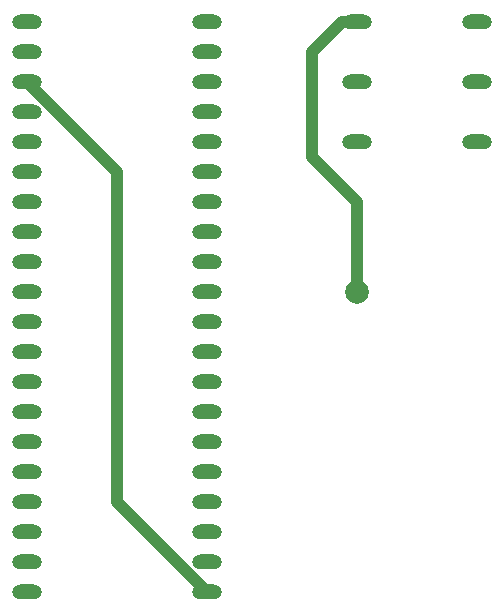
<source format=gbr>
G04 --- HEADER BEGIN --- *
%TF.GenerationSoftware,LibrePCB,LibrePCB,0.1.1-unstable*%
%TF.CreationDate,2019-07-14T01:55:39*%
%TF.ProjectId,desklift - other_routing,146e283d-8dba-42bd-9080-c603e88aa634,v3*%
%TF.Part,Single*%
%FSLAX66Y66*%
%MOMM*%
G01*
G74*
G04 --- HEADER END --- *
G04 --- APERTURE LIST BEGIN --- *
%ADD10O,2.54X1.27*%
%ADD11C,2.0*%
%ADD12C,1.0*%
G04 --- APERTURE LIST END --- *
G04 --- BOARD BEGIN --- *
D10*
X34290432Y-5080128D03*
X34290432Y-15240128D03*
X34290432Y-10160128D03*
X44450560Y-5080128D03*
X44450560Y-15240128D03*
X44450560Y-10160128D03*
X6349216Y-43181376D03*
X6349216Y-17781376D03*
X6349216Y-7621376D03*
X6349216Y-12701376D03*
X21589216Y-27941376D03*
X21589216Y-12701376D03*
X6349216Y-30481376D03*
X6349216Y-50801376D03*
X6349216Y-40641376D03*
X21589216Y-5081376D03*
X21589216Y-30481376D03*
X6349216Y-22861376D03*
X21589216Y-53341376D03*
X21589216Y-22861376D03*
X6349216Y-15241376D03*
X21589216Y-33021376D03*
X6349216Y-53341376D03*
X21589216Y-7621376D03*
X6349216Y-27941376D03*
X21589216Y-25401376D03*
X21589216Y-40641376D03*
X6349216Y-45721376D03*
X6349216Y-38101376D03*
X21589216Y-48261376D03*
X6349216Y-20321376D03*
X21589216Y-17781376D03*
X6349216Y-5081376D03*
X6349216Y-35561376D03*
X6349216Y-33021376D03*
X21589216Y-10161376D03*
X21589216Y-15241376D03*
X21589216Y-20321376D03*
X6349216Y-48261376D03*
X21589216Y-43181376D03*
X21589216Y-38101376D03*
X21589216Y-45721376D03*
X6349216Y-25401376D03*
X21589216Y-50801376D03*
X21589216Y-35561376D03*
X6349216Y-10161376D03*
D11*
X34290432Y-27940352D03*
D12*
X30480384Y-16510208D02*
X34290432Y-20320256D01*
X30480384Y-7620096D02*
X30480384Y-16510208D01*
X34290432Y-20320256D02*
X34290432Y-27940352D01*
X34290432Y-5080128D02*
X33020352Y-5080128D01*
X33020352Y-5080128D02*
X30480384Y-7620096D01*
X6349216Y-10161376D02*
X13970176Y-17782336D01*
X13970176Y-45720576D02*
X21590272Y-53340672D01*
X13970176Y-17782336D02*
X13970176Y-45720576D01*
X21589216Y-53341376D02*
X21590272Y-53340672D01*
G04 --- BOARD END --- *
%TF.MD5,aa83c5c2091eaa9428ee4d4f76e06c69*%
M02*

</source>
